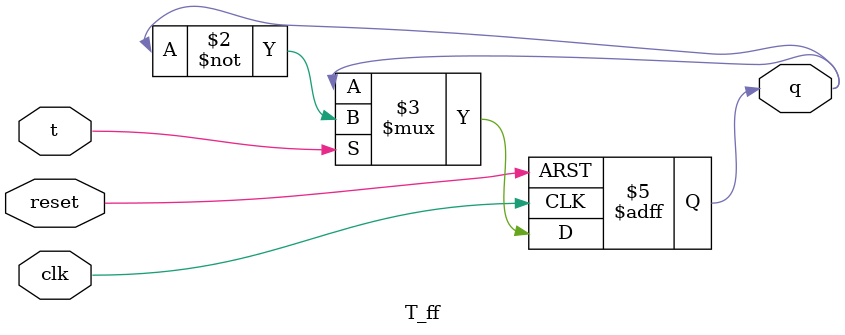
<source format=v>
module T_ff (
    input wire t,
    input wire clk,
    input wire reset,
    output reg q
);

    always @(posedge clk or posedge reset) begin
        if (reset)
            q <= 0;
        else if (t)
            q <= ~q;
    end
endmodule

</source>
